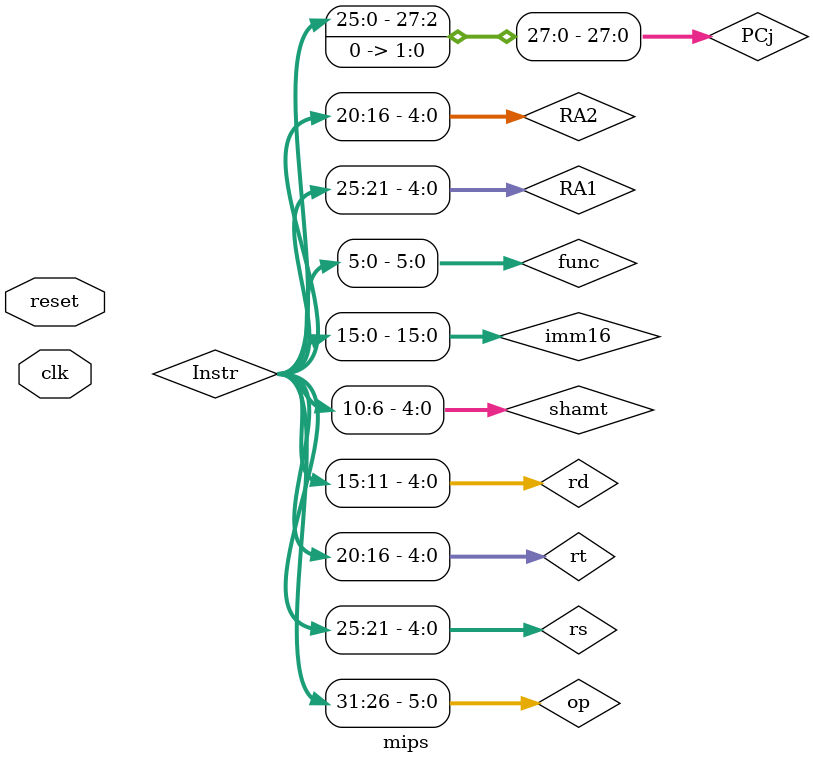
<source format=v>
`timescale 1ns / 1ps
module mips(
    input clk,
    input reset
    );

	wire [5:0] op;
	wire [4:0] rs;
	wire [4:0] rt;
	wire [4:0] rd;
	wire [4:0] shamt;
	wire [15:0] imm16;
	wire [5:0] func;
	wire [1:0] RegDst;
   wire ALUSrc;
   wire RegWrite;
   wire MemRead;
   wire MemWrite;
   wire [1:0] MemToReg;
   wire ExtOp;
   wire Branch1;
   wire Branch2;
	wire Branch3;
	wire [31:0] Instr;
   wire [31:0] imm32;
	wire [4:0] RA1;
	wire [4:0] RA2;
   wire [31:0] RD1;
   wire [31:0] RD2;
   wire Zero;
	wire [2:0] ALUCtrl;
   wire [4:0] WA;
   wire [31:0] WD;
	wire [31:0] MemAddr;
	wire [31:0] MemData;
   wire [31:0] RD;
	wire [31:0] A;
   wire [31:0] B;
   wire [31:0] Result;
	wire [31:0] PC;
	wire [31:0] PC4;
	wire [31:0] next_pc;
	wire [31:0] PCbeq;
	wire [31:0] PCj;
	
	assign op = Instr[31:26];
	assign rs = Instr[25:21];
	assign rt = Instr[20:16];
	assign rd = Instr[15:11];
	assign shamt = Instr[10:6];
	assign func = Instr[5:0];
	assign imm16 = Instr[15:0];
	
	assign RA1 = rs;
	assign RA2 = rt;
	assign A = RD1;
	assign MemAddr = Result;
	assign MemData = RD2;
	
	assign PC4 = PC+4;
	assign PCbeq = PC+4+{{14{imm16[15]}},imm16,2'b00};
	assign PCj = {PC[31:28],Instr[25:0],2'b00};
	
	pc my_pc(next_pc,clk,reset,PC);
	im my_im(PC,Instr);
	new_controller my_controller(op,func,ALUCtrl,RegDst,ALUSrc,RegWrite,MemRead,MemWrite,MemToReg,ExtOp,Branch1,Branch2,Branch3);
	grf my_grf(clk,reset,RegWrite,RA1,RA2,WA,WD,PC,RD1,RD2);
	ext my_ext(imm16,imm32,ExtOp);
	dm my_dm(clk,reset,MemWrite,MemRead,MemAddr,MemData,PC,RD);
	alu my_alu(A,B,ALUCtrl,Result,Zero);
	mux my_mux(rt,rd,RD2,imm32,Result,imm16,RD,PC,RegDst,ALUSrc,MemToReg,PC4,PCbeq,PCj,Zero,Branch1,Branch2,Branch3,op,func,WA,B,WD,next_pc);
	
endmodule

</source>
